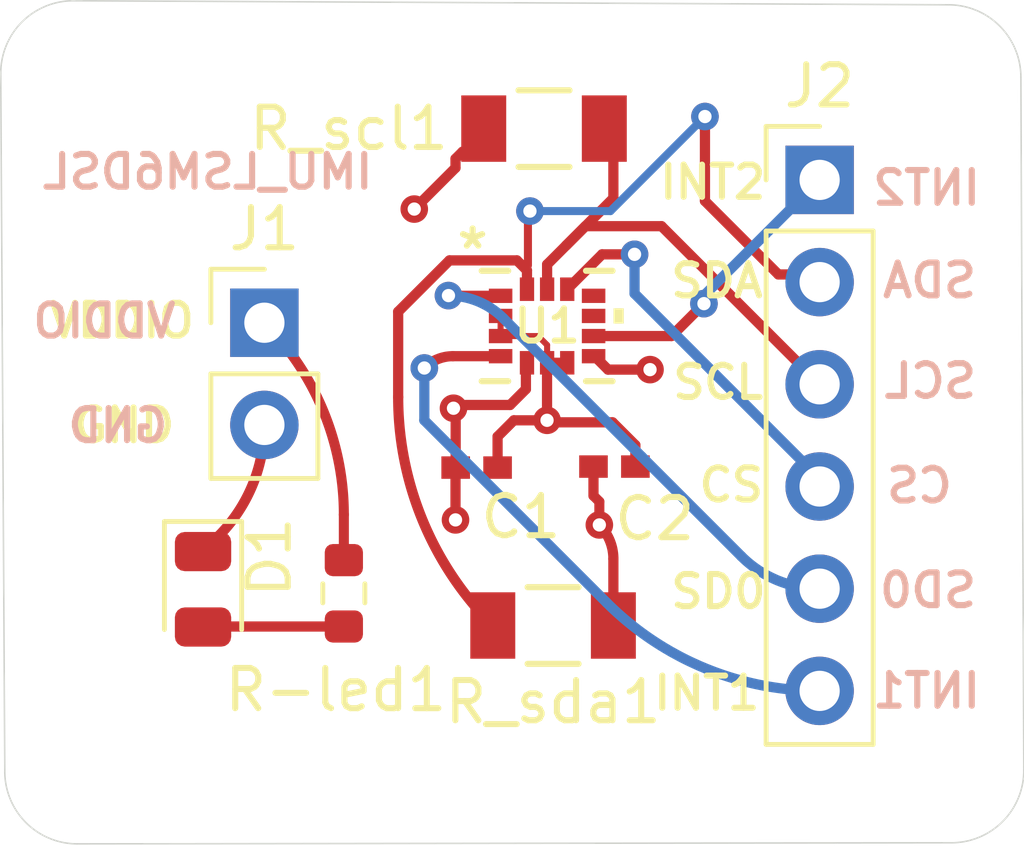
<source format=kicad_pcb>
(kicad_pcb (version 20221018) (generator pcbnew)
  (layers (0 "F.Cu" signal "Front") (1 "In1.Cu" signal) (2 "In2.Cu" signal) (31 "B.Cu" signal "Back") (34 "B.Paste" user) (35 "F.Paste" user) (36 "B.SilkS" user "B.Silkscreen") (37 "F.SilkS" user "F.Silkscreen") (38 "B.Mask" user) (39 "F.Mask" user) (44 "Edge.Cuts" user))
  (net 0 "")
  (net 1 "GND")
  (net 2 "VDDIO")
  (net 3 "/SCL")
  (net 4 "/SDA")
  (net 5 "/SDO{slash}SA0")
  (net 6 "/INT1")
  (net 7 "/INT2")
  (net 10 "/CS")
  (net 11 "Net-(D1-A)")
  (footprint "imu:QFN_6DSLTR_STM" (layer "F.Cu") (at 129.7266 86.856)
    (fp_text reference "U1" (at 0 0 unlocked) (layer "F.SilkS") (effects (font (size 0.8 0.8))))
    (fp_text value "LSM6DSLTR")
    (fp_text user "*" (at -1.8516 -1.881 unlocked) (layer "F.SilkS"))
    (fp_line (start -1.6256 1.3716) (end -0.966817 1.3716) (stroke (width 0.1524)) (layer "F.SilkS"))
    (fp_line (start -0.966817 -1.3716) (end -1.6256 -1.3716) (stroke (width 0.1524)) (layer "F.SilkS"))
    (fp_line (start 0.966817 1.3716) (end 1.6256 1.3716) (stroke (width 0.1524)) (layer "F.SilkS"))
    (fp_line (start 1.6256 -1.3716) (end 0.966817 -1.3716) (stroke (width 0.1524)) (layer "F.SilkS"))
    (fp_poly (pts (xy 1.905 -0.440563) (xy 1.905 -0.059563) (xy 1.651 -0.059563) (xy 1.651 -0.440563)) (fill solid) (layer "F.SilkS"))
    (pad "1" smd rect (at -1.1557 -0.750189 90) (size 0.3556 0.5842) (layers "F.Cu" "F.Paste" "F.Mask") (net 5 "/SDO{slash}SA0"))
    (pad "2" smd rect (at -1.1557 -0.250063 90) (size 0.3556 0.5842) (layers "F.Cu" "F.Paste" "F.Mask") (net 1 "GND"))
    (pad "3" smd rect (at -1.1557 0.250063 90) (size 0.3556 0.5842) (layers "F.Cu" "F.Paste" "F.Mask") (net 1 "GND"))
    (pad "4" smd rect (at -1.1557 0.750189 90) (size 0.3556 0.5842) (layers "F.Cu" "F.Paste" "F.Mask") (net 6 "/INT1"))
    (pad "5" smd rect (at -0.500126 0.9144) (size 0.3556 0.5842) (layers "F.Cu" "F.Paste" "F.Mask") (net 2 "VDDIO"))
    (pad "6" smd rect (at 0 0.9144) (size 0.3556 0.5842) (layers "F.Cu" "F.Paste" "F.Mask") (net 1 "GND"))
    (pad "7" smd rect (at 0.500126 0.9144) (size 0.3556 0.5842) (layers "F.Cu" "F.Paste" "F.Mask") (net 1 "GND"))
    (pad "8" smd rect (at 1.1557 0.750189 90) (size 0.3556 0.5842) (layers "F.Cu" "F.Paste" "F.Mask") (net 2 "VDDIO"))
    (pad "9" smd rect (at 1.1557 0.250063 90) (size 0.3556 0.5842) (layers "F.Cu" "F.Paste" "F.Mask") (net 7 "/INT2"))
    (pad "10" smd rect (at 1.1557 -0.250063 90) (size 0.3556 0.5842) (layers "F.Cu" "F.Paste" "F.Mask"))
    (pad "11" smd rect (at 1.1557 -0.750189 90) (size 0.3556 0.5842) (layers "F.Cu" "F.Paste" "F.Mask"))
    (pad "12" smd rect (at 0.500126 -0.9144) (size 0.3556 0.5842) (layers "F.Cu" "F.Paste" "F.Mask") (net 10 "/CS"))
    (pad "13" smd rect (at 0 -0.9144) (size 0.3556 0.5842) (layers "F.Cu" "F.Paste" "F.Mask") (net 3 "/SCL"))
    (pad "14" smd rect (at -0.500126 -0.9144) (size 0.3556 0.5842) (layers "F.Cu" "F.Paste" "F.Mask") (net 4 "/SDA"))
  )
  (footprint "LED_SMD:LED_0805_2012Metric" (layer "F.Cu") (at 121.175 93.4 -90)
    (fp_text reference "D1" (at -0.8 -1.65 90) (layer "F.SilkS"))
    (fp_text value "LED")
    (fp_line (start -1.685 -0.96) (end -1.685 0.96) (stroke (width 0.12)) (layer "F.SilkS"))
    (fp_line (start -1.685 0.96) (end 1 0.96) (stroke (width 0.12)) (layer "F.SilkS"))
    (fp_line (start 1 -0.96) (end -1.685 -0.96) (stroke (width 0.12)) (layer "F.SilkS"))
    (pad "1" smd roundrect (at -0.9375 0 270) (size 0.975 1.4) (layers "F.Cu" "F.Paste" "F.Mask") (net 1 "GND"))
    (pad "2" smd roundrect (at 0.9375 0 270) (size 0.975 1.4) (layers "F.Cu" "F.Paste" "F.Mask") (net 11 "Net-(D1-A)"))
  )
  (footprint "ceramic_cap:CAP_GRM155_MUR" (layer "F.Cu") (at 131.4 90.35)
    (fp_text reference "C2" (at 1 1.3 unlocked) (layer "F.SilkS"))
    (fp_text value "100nF")
    (pad "1" smd rect (at -0.5207 0) (size 0.7112 0.5588) (layers "F.Cu" "F.Paste" "F.Mask") (net 2 "VDDIO"))
    (pad "2" smd rect (at 0.5207 0) (size 0.7112 0.5588) (layers "F.Cu" "F.Paste" "F.Mask") (net 1 "GND"))
  )
  (footprint "Resistor_SMD:R_0603_1608Metric" (layer "F.Cu") (at 124.675 93.5 -90)
    (fp_text reference "R-led1" (at 2.4 0.2) (layer "F.SilkS"))
    (fp_text value "470")
    (fp_line (start -0.237258 -0.5225) (end 0.237258 -0.5225) (stroke (width 0.12)) (layer "F.SilkS"))
    (fp_line (start -0.237258 0.5225) (end 0.237258 0.5225) (stroke (width 0.12)) (layer "F.SilkS"))
    (pad "1" smd roundrect (at -0.825 0 270) (size 0.8 0.95) (layers "F.Cu" "F.Paste" "F.Mask") (net 2 "VDDIO"))
    (pad "2" smd roundrect (at 0.825 0 270) (size 0.8 0.95) (layers "F.Cu" "F.Paste" "F.Mask") (net 11 "Net-(D1-A)"))
  )
  (footprint "Connector_PinHeader_2.54mm:PinHeader_1x02_P2.54mm_Vertical" (layer "F.Cu") (at 122.7 86.775)
    (fp_text reference "J1" (at 0 -2.33) (layer "F.SilkS"))
    (fp_text value "Conn_01x02")
    (fp_line (start -1.33 -1.33) (end 0 -1.33) (stroke (width 0.12)) (layer "F.SilkS"))
    (fp_line (start -1.33 0) (end -1.33 -1.33) (stroke (width 0.12)) (layer "F.SilkS"))
    (fp_line (start -1.33 1.27) (end -1.33 3.87) (stroke (width 0.12)) (layer "F.SilkS"))
    (fp_line (start -1.33 1.27) (end 1.33 1.27) (stroke (width 0.12)) (layer "F.SilkS"))
    (fp_line (start -1.33 3.87) (end 1.33 3.87) (stroke (width 0.12)) (layer "F.SilkS"))
    (fp_line (start 1.33 1.27) (end 1.33 3.87) (stroke (width 0.12)) (layer "F.SilkS"))
    (pad "1" thru_hole rect (at 0 0) (size 1.7 1.7) (drill 1) (layers "*.Cu" "*.Mask") (net 2 "VDDIO"))
    (pad "2" thru_hole oval (at 0 2.54) (size 1.7 1.7) (drill 1) (layers "*.Cu" "*.Mask") (net 1 "GND"))
  )
  (footprint "res_1k:1206_PAN" (layer "F.Cu") (at 129.65 81.95)
    (fp_text reference "R_scl1" (at -4.85 0 unlocked) (layer "F.SilkS"))
    (fp_text value "1k")
    (fp_line (start -0.63225 0.9525) (end 0.63225 0.9525) (stroke (width 0.1524)) (layer "F.SilkS"))
    (fp_line (start 0.63225 -0.9525) (end -0.63225 -0.9525) (stroke (width 0.1524)) (layer "F.SilkS"))
    (pad "1" smd rect (at -1.4986 0) (size 1.1176 1.651) (layers "F.Cu" "F.Paste" "F.Mask") (net 2 "VDDIO"))
    (pad "2" smd rect (at 1.4986 0) (size 1.1176 1.651) (layers "F.Cu" "F.Paste" "F.Mask") (net 3 "/SCL"))
  )
  (footprint "Connector_PinHeader_2.54mm:PinHeader_1x06_P2.54mm_Vertical" (layer "F.Cu") (at 136.5 83.225)
    (fp_text reference "J2" (at 0 -2.33) (layer "F.SilkS"))
    (fp_text value "Conn_01x06")
    (fp_line (start -1.33 -1.33) (end 0 -1.33) (stroke (width 0.12)) (layer "F.SilkS"))
    (fp_line (start -1.33 0) (end -1.33 -1.33) (stroke (width 0.12)) (layer "F.SilkS"))
    (fp_line (start -1.33 1.27) (end -1.33 14.03) (stroke (width 0.12)) (layer "F.SilkS"))
    (fp_line (start -1.33 1.27) (end 1.33 1.27) (stroke (width 0.12)) (layer "F.SilkS"))
    (fp_line (start -1.33 14.03) (end 1.33 14.03) (stroke (width 0.12)) (layer "F.SilkS"))
    (fp_line (start 1.33 1.27) (end 1.33 14.03) (stroke (width 0.12)) (layer "F.SilkS"))
    (pad "1" thru_hole rect (at 0 0) (size 1.7 1.7) (drill 1) (layers "*.Cu" "*.Mask") (net 7 "/INT2"))
    (pad "2" thru_hole oval (at 0 2.54) (size 1.7 1.7) (drill 1) (layers "*.Cu" "*.Mask") (net 4 "/SDA"))
    (pad "3" thru_hole oval (at 0 5.08) (size 1.7 1.7) (drill 1) (layers "*.Cu" "*.Mask") (net 3 "/SCL"))
    (pad "4" thru_hole oval (at 0 7.62) (size 1.7 1.7) (drill 1) (layers "*.Cu" "*.Mask") (net 10 "/CS"))
    (pad "5" thru_hole oval (at 0 10.16) (size 1.7 1.7) (drill 1) (layers "*.Cu" "*.Mask") (net 5 "/SDO{slash}SA0"))
    (pad "6" thru_hole oval (at 0 12.7) (size 1.7 1.7) (drill 1) (layers "*.Cu" "*.Mask") (net 6 "/INT1"))
  )
  (footprint "ceramic_cap:CAP_GRM155_MUR" (layer "F.Cu") (at 127.975 90.375)
    (fp_text reference "C1" (at 1.1 1.225 unlocked) (layer "F.SilkS"))
    (fp_text value "100nF")
    (pad "1" smd rect (at -0.5207 0) (size 0.7112 0.5588) (layers "F.Cu" "F.Paste" "F.Mask") (net 2 "VDDIO"))
    (pad "2" smd rect (at 0.5207 0) (size 0.7112 0.5588) (layers "F.Cu" "F.Paste" "F.Mask") (net 1 "GND"))
  )
  (footprint "res_1k:1206_PAN" (layer "F.Cu") (at 129.875 94.3 180)
    (fp_text reference "R_sda1" (at 0 -1.9 unlocked) (layer "F.SilkS"))
    (fp_text value "1k")
    (fp_line (start -0.63225 0.9525) (end 0.63225 0.9525) (stroke (width 0.1524)) (layer "F.SilkS"))
    (fp_line (start 0.63225 -0.9525) (end -0.63225 -0.9525) (stroke (width 0.1524)) (layer "F.SilkS"))
    (pad "1" smd rect (at -1.4986 0 180) (size 1.1176 1.651) (layers "F.Cu" "F.Paste" "F.Mask") (net 2 "VDDIO"))
    (pad "2" smd rect (at 1.4986 0 180) (size 1.1176 1.651) (layers "F.Cu" "F.Paste" "F.Mask") (net 4 "/SDA"))
  )
  (gr_arc (start 116.147792 80.572792) (mid 116.684716 79.290272) (end 117.975205 78.772793) (stroke (width 0.0381)) (layer "Edge.Cuts"))
  (gr_line (start 139.775 99.7) (end 118.047792 99.727208) (stroke (width 0.0381)) (layer "Edge.Cuts"))
  (gr_line (start 116.147792 80.572792) (end 116.247792 97.927208) (stroke (width 0.0381)) (layer "Edge.Cuts"))
  (gr_arc (start 139.702208 78.872792) (mid 140.975 79.4) (end 141.502208 80.672792) (stroke (width 0.0381)) (layer "Edge.Cuts"))
  (gr_arc (start 141.575 97.9) (mid 141.047792 99.172792) (end 139.775 99.7) (stroke (width 0.0381)) (layer "Edge.Cuts"))
  (gr_line (start 117.975205 78.772793) (end 139.702208 78.872792) (stroke (width 0.0381)) (layer "Edge.Cuts"))
  (gr_line (start 141.575 97.9) (end 141.502208 80.672792) (stroke (width 0.0381)) (layer "Edge.Cuts"))
  (gr_arc (start 118.047792 99.727208) (mid 116.775 99.2) (end 116.247792 97.927208) (stroke (width 0.0381)) (layer "Edge.Cuts"))
  (gr_text "INT1" (at 140.575 96.4) (layer "B.SilkS") (effects (font (size 0.8128 0.8128) (thickness 0.1524) bold) (justify left bottom mirror)))
  (gr_text "IMU_LSM6DSL" (at 125.475 83.5) (layer "B.SilkS") (effects (font (size 0.8128 0.8128) (thickness 0.1524) bold) (justify left bottom mirror)))
  (gr_text "SDA\n" (at 140.475 86.2) (layer "B.SilkS") (effects (font (size 0.8128 0.8128) (thickness 0.1524) bold) (justify left bottom mirror)))
  (gr_text "INT2" (at 140.575 83.9) (layer "B.SilkS") (effects (font (size 0.8128 0.8128) (thickness 0.1524) bold) (justify left bottom mirror)))
  (gr_text "SD0\n" (at 140.475 93.9) (layer "B.SilkS") (effects (font (size 0.8128 0.8128) (thickness 0.1524) bold) (justify left bottom mirror)))
  (gr_text "CS" (at 139.875 91.3) (layer "B.SilkS") (effects (font (size 0.8128 0.8128) (thickness 0.1524) bold) (justify left bottom mirror)))
  (gr_text "VDDIO\n" (at 120.575 87.2) (layer "B.SilkS") (effects (font (size 0.8 0.8) (thickness 0.15) bold) (justify left bottom mirror)))
  (gr_text "GND\n" (at 120.375 89.8) (layer "B.SilkS") (effects (font (size 0.8 0.8) (thickness 0.15) bold) (justify left bottom mirror)))
  (gr_text "SCL" (at 140.475 88.7) (layer "B.SilkS") (effects (font (size 0.8128 0.8128) (thickness 0.1524) bold) (justify left bottom mirror)))
  (gr_text "CS\n" (at 133.425 91.275) (layer "F.SilkS") (effects (font (size 0.8 0.8) (thickness 0.15) bold) (justify left bottom)))
  (gr_text "SDA\n" (at 132.725 86.2) (layer "F.SilkS") (effects (font (size 0.8 0.8) (thickness 0.15) bold) (justify left bottom)))
  (gr_text "VDDIO" (at 117.275 87.2) (layer "F.SilkS") (effects (font (size 0.8128 0.8128) (thickness 0.1524) bold) (justify left bottom)))
  (gr_text "SCL\n" (at 132.775 88.725) (layer "F.SilkS") (effects (font (size 0.8 0.8) (thickness 0.15) bold) (justify left bottom)))
  (gr_text "GND" (at 117.875 89.8) (layer "F.SilkS") (effects (font (size 0.8128 0.8128) (thickness 0.1524) bold) (justify left bottom)))
  (gr_text "SD0\n" (at 132.725 93.925) (layer "F.SilkS") (effects (font (size 0.8 0.8) (thickness 0.15) bold) (justify left bottom)))
  (gr_text "INT1\n" (at 132.3 96.45) (layer "F.SilkS") (effects (font (size 0.8 0.8) (thickness 0.15) bold) (justify left bottom)))
  (gr_text "INT2" (at 132.45 83.75) (layer "F.SilkS") (effects (font (size 0.8 0.8)) (justify left bottom)))
  (segment (start 128.5709 86.605937) (end 128.5709 87.106063) (width 0.15) (layer "F.Cu") (net 1))
  (segment (start 128.4957 89.6043) (end 128.9 89.2) (width 0.254) (layer "F.Cu") (net 1))
  (segment (start 129.775 89.25) (end 131.3541 89.25) (width 0.254) (layer "F.Cu") (net 1))
  (segment (start 131.3541 89.25) (end 131.9207 89.8166) (width 0.254) (layer "F.Cu") (net 1))
  (segment (start 129.504363 87.106063) (end 129.7266 87.3283) (width 0.15) (layer "F.Cu") (net 1))
  (segment (start 121.552719 92.084781) (end 121.175 92.4625) (width 0.254) (layer "F.Cu") (net 1))
  (segment (start 130.226726 87.7704) (end 129.7266 87.7704) (width 0.254) (layer "F.Cu") (net 1))
  (segment (start 129.7266 87.3283) (end 129.7266 87.7704) (width 0.15) (layer "F.Cu") (net 1))
  (segment (start 128.9 89.2) (end 129.725 89.2) (width 0.254) (layer "F.Cu") (net 1))
  (segment (start 128.4957 90.375) (end 128.4957 89.6043) (width 0.254) (layer "F.Cu") (net 1))
  (segment (start 131.9207 89.8166) (end 131.9207 90.35) (width 0.254) (layer "F.Cu") (net 1))
  (segment (start 129.725 89.2) (end 129.725 87.772) (width 0.254) (layer "F.Cu") (net 1))
  (segment (start 128.5709 87.106063) (end 129.504363 87.106063) (width 0.15) (layer "F.Cu") (net 1))
  (segment (start 129.725 89.2) (end 129.775 89.25) (width 0.254) (layer "F.Cu") (net 1))
  (segment (start 129.725 87.772) (end 129.7266 87.7704) (width 0.254) (layer "F.Cu") (net 1))
  (via (at 129.725 89.2) (size 0.6858) (drill 0.3302) (layers "F.Cu" "B.Cu") (remove_unused_layers) (zone_layer_connections "In2.Cu") (net 1))
  (arc (start 122.7 89.315) (mid 122.401831 90.813995) (end 121.552719 92.084781) (width 0.254) (layer "F.Cu") (net 1))
  (segment (start 129.2 87.775) (end 129.2 88.425) (width 0.254) (layer "F.Cu") (net 2))
  (segment (start 131.025 91.2207) (end 130.8793 91.075) (width 0.25) (layer "F.Cu") (net 2))
  (segment (start 127.45 90.385381) (end 127.45 91.675) (width 0.254) (layer "F.Cu") (net 2))
  (segment (start 130.893811 87.606189) (end 130.8823 87.606189) (width 0.254) (layer "F.Cu") (net 2))
  (segment (start 131.240282 87.940282) (end 130.9 87.6) (width 0.254) (layer "F.Cu") (net 2))
  (segment (start 127.4543 90.375) (end 127.4543 88.9543) (width 0.254) (layer "F.Cu") (net 2))
  (segment (start 128.806 88.819) (end 127.481 88.819) (width 0.254) (layer "F.Cu") (net 2))
  (segment (start 124.675 91.543071) (end 124.675 92.675) (width 0.25) (layer "F.Cu") (net 2))
  (segment (start 130.9 87.6) (end 130.893811 87.606189) (width 0.254) (layer "F.Cu") (net 2))
  (segment (start 127.625 82.525) (end 128.3764 82.525) (width 0.254) (layer "F.Cu") (net 2))
  (segment (start 131.025 91.8) (end 131.025 91.2207) (width 0.25) (layer "F.Cu") (net 2))
  (segment (start 132.284718 87.940282) (end 131.240282 87.940282) (width 0.254) (layer "F.Cu") (net 2))
  (segment (start 127.45 82.7) (end 127.625 82.525) (width 0.254) (layer "F.Cu") (net 2))
  (segment (start 129.2 88.425) (end 128.806 88.819) (width 0.254) (layer "F.Cu") (net 2))
  (segment (start 127.4543 88.9543) (end 127.4 88.9) (width 0.254) (layer "F.Cu") (net 2))
  (segment (start 129.2046 87.7704) (end 129.2 87.775) (width 0.254) (layer "F.Cu") (net 2))
  (segment (start 129.226474 87.7704) (end 129.2046 87.7704) (width 0.254) (layer "F.Cu") (net 2))
  (segment (start 127.45 82.925) (end 127.45 82.7) (width 0.254) (layer "F.Cu") (net 2))
  (segment (start 127.481 88.819) (end 127.4 88.9) (width 0.254) (layer "F.Cu") (net 2))
  (segment (start 130.8793 91.075) (end 130.8793 90.35) (width 0.254) (layer "F.Cu") (net 2))
  (segment (start 126.425 83.95) (end 127.45 82.925) (width 0.254) (layer "F.Cu") (net 2))
  (segment (start 127.45 90.3793) (end 127.4543 90.375) (width 0.254) (layer "F.Cu") (net 2))
  (segment (start 131.3736 94.3) (end 131.3736 92.641594) (width 0.254) (layer "F.Cu") (net 2))
  (via (at 127.4 88.9) (size 0.6858) (drill 0.3302) (layers "F.Cu" "B.Cu") (remove_unused_layers) (zone_layer_connections "In1.Cu") (net 2))
  (via (at 132.284718 87.940282) (size 0.6858) (drill 0.3302) (layers "F.Cu" "B.Cu") (remove_unused_layers) (zone_layer_connections "In1.Cu") (net 2))
  (via (at 127.45 91.675) (size 0.6858) (drill 0.3302) (layers "F.Cu" "B.Cu") (remove_unused_layers) (zone_layer_connections "In1.Cu") (net 2))
  (via (at 131.025 91.8) (size 0.6858) (drill 0.3302) (layers "F.Cu" "B.Cu") (remove_unused_layers) (zone_layer_connections "In1.Cu") (net 2))
  (via (at 126.425 83.95) (size 0.6858) (drill 0.3302) (layers "F.Cu" "B.Cu") (remove_unused_layers) (zone_layer_connections "In1.Cu") (net 2))
  (arc (start 131.3736 92.641594) (mid 131.283002 92.186127) (end 131.025 91.8) (width 0.254) (layer "F.Cu") (net 2))
  (arc (start 122.7 86.775) (mid 124.161714 88.962609) (end 124.675 91.543071) (width 0.25) (layer "F.Cu") (net 2))
  (arc (start 127.4543 90.375) (mid 127.451118 90.379763) (end 127.45 90.385381) (width 0.254) (layer "F.Cu") (net 2))
  (segment (start 131.3736 83.680174) (end 130.201887 84.851887) (width 0.254) (layer "F.Cu") (net 3))
  (segment (start 130.678774 84.375) (end 130.201887 84.851887) (width 0.254) (layer "F.Cu") (net 3))
  (segment (start 130.201887 84.851887) (end 129.7266 85.327174) (width 0.254) (layer "F.Cu") (net 3))
  (segment (start 129.7266 85.327174) (end 129.7266 85.9416) (width 0.254) (layer "F.Cu") (net 3))
  (segment (start 132.57 84.375) (end 130.678774 84.375) (width 0.254) (layer "F.Cu") (net 3))
  (segment (start 136.5 88.305) (end 132.57 84.375) (width 0.254) (layer "F.Cu") (net 3))
  (segment (start 131.3736 82.525) (end 131.3736 83.680174) (width 0.254) (layer "F.Cu") (net 3))
  (segment (start 133.65 81.65) (end 133.65 83.75) (width 0.254) (layer "F.Cu") (net 4))
  (segment (start 129.226474 85.9416) (end 129.226474 85.475) (width 0.254) (layer "F.Cu") (net 4))
  (segment (start 135.475 85.575) (end 136.5 85.575) (width 0.254) (layer "F.Cu") (net 4))
  (segment (start 129.25 84.05) (end 129.25 85.35) (width 0.2) (layer "F.Cu") (net 4))
  (segment (start 129.3 84) (end 129.25 84.05) (width 0.2) (layer "F.Cu") (net 4))
  (segment (start 128.976474 85.225) (end 127.3 85.225) (width 0.254) (layer "F.Cu") (net 4))
  (segment (start 129.3 84) (end 129.226474 84.073526) (width 0.2) (layer "F.Cu") (net 4))
  (segment (start 129.226474 85.475) (end 128.976474 85.225) (width 0.254) (layer "F.Cu") (net 4))
  (segment (start 127.3 85.225) (end 126.025 86.5) (width 0.254) (layer "F.Cu") (net 4))
  (segment (start 126.025 86.5) (end 126.025 88.623219) (width 0.254) (layer "F.Cu") (net 4))
  (segment (start 133.65 83.75) (end 135.475 85.575) (width 0.254) (layer "F.Cu") (net 4))
  (segment (start 136.5 85.575) (end 136.5 85.765) (width 0.254) (layer "F.Cu") (net 4))
  (via (at 129.3 84) (size 0.6858) (drill 0.3302) (layers "F.Cu" "B.Cu") (remove_unused_layers) (net 4))
  (via (at 133.65 81.65) (size 0.6858) (drill 0.3302) (layers "F.Cu" "B.Cu") (remove_unused_layers) (net 4))
  (arc (start 126.025 88.623219) (mid 126.636109 91.69547) (end 128.3764 94.3) (width 0.254) (layer "F.Cu") (net 4))
  (segment (start 129.3 84) (end 131.3 84) (width 0.2) (layer "B.Cu") (net 4))
  (segment (start 131.3 84) (end 133.65 81.65) (width 0.2) (layer "B.Cu") (net 4))
  (segment (start 128.5709 86.105811) (end 127.280811 86.105811) (width 0.254) (layer "F.Cu") (net 5))
  (segment (start 127.280811 86.105811) (end 127.275 86.1) (width 0.254) (layer "F.Cu") (net 5))
  (via (at 127.275 86.1) (size 0.6858) (drill 0.3302) (layers "F.Cu" "B.Cu") (remove_unused_layers) (net 5))
  (segment (start 134.553899 92.578898) (end 132.075 90.1) (width 0.254) (layer "B.Cu") (net 5))
  (segment (start 132.075 90.1) (end 128.640686 86.665686) (width 0.254) (layer "B.Cu") (net 5))
  (arc (start 128.640686 86.665686) (mid 128.014104 86.247017) (end 127.275 86.1) (width 0.254) (layer "B.Cu") (net 5))
  (arc (start 136.5 93.385) (mid 135.446778 93.175501) (end 134.553899 92.578898) (width 0.254) (layer "B.Cu") (net 5))
  (segment (start 128.5709 87.606189) (end 127.384322 87.606189) (width 0.254) (layer "F.Cu") (net 6))
  (via (at 126.675 87.9) (size 0.6858) (drill 0.3302) (layers "F.Cu" "B.Cu") (remove_unused_layers) (net 6))
  (arc (start 127.384322 87.606189) (mid 127.00044 87.682548) (end 126.675 87.9) (width 0.254) (layer "F.Cu") (net 6))
  (segment (start 131.207969 93.732969) (end 126.675 89.2) (width 0.254) (layer "B.Cu") (net 6))
  (segment (start 126.675 89.2) (end 126.675 87.9) (width 0.254) (layer "B.Cu") (net 6))
  (arc (start 136.5 95.925) (mid 133.635973 95.35531) (end 131.207969 93.732969) (width 0.254) (layer "B.Cu") (net 6))
  (segment (start 133.625 86.3) (end 132.818937 87.106063) (width 0.254) (layer "F.Cu") (net 7))
  (segment (start 132.818937 87.106063) (end 130.8823 87.106063) (width 0.254) (layer "F.Cu") (net 7))
  (via (at 133.625 86.3) (size 0.6858) (drill 0.3302) (layers "F.Cu" "B.Cu") (remove_unused_layers) (net 7))
  (segment (start 133.625 86.3) (end 133.625 86.1) (width 0.254) (layer "B.Cu") (net 7))
  (segment (start 133.625 86.1) (end 136.5 83.225) (width 0.254) (layer "B.Cu") (net 7))
  (segment (start 131.093326 85.075) (end 131.9 85.075) (width 0.254) (layer "F.Cu") (net 10))
  (segment (start 130.226726 85.9416) (end 131.093326 85.075) (width 0.254) (layer "F.Cu") (net 10))
  (via (at 131.9 85.075) (size 0.6858) (drill 0.3302) (layers "F.Cu" "B.Cu") (remove_unused_layers) (net 10))
  (segment (start 131.9 86.05) (end 131.9 85.075) (width 0.254) (layer "B.Cu") (net 10))
  (segment (start 136.5 90.845) (end 136.5 90.65) (width 0.254) (layer "B.Cu") (net 10))
  (segment (start 136.5 90.65) (end 131.9 86.05) (width 0.254) (layer "B.Cu") (net 10))
  (segment (start 124.675 94.325) (end 121.205177 94.325) (width 0.254) (layer "F.Cu") (net 11))
  (arc (start 121.205177 94.325) (mid 121.188846 94.328248) (end 121.175 94.3375) (width 0.254) (layer "F.Cu") (net 11))
)
</source>
